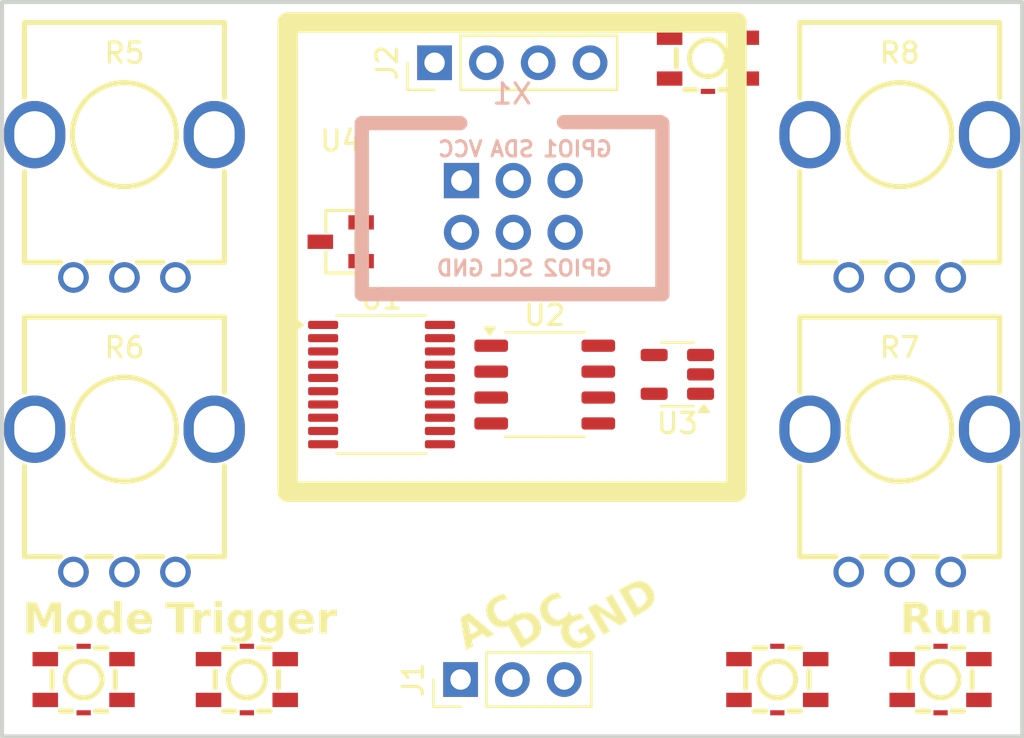
<source format=kicad_pcb>
(kicad_pcb (version 20240108) (generator "pcbnew") (generator_version "8.0")
  (layers (0 "F.Cu" signal) (31 "B.Cu" signal) (34 "B.Paste" user) (35 "F.Paste" user) (36 "B.SilkS" user "B.Silkscreen") (37 "F.SilkS" user "F.Silkscreen") (38 "B.Mask" user) (39 "F.Mask" user) (44 "Edge.Cuts" user))
  (net 0 "")
  (net 1 "/I2C_SCL")
  (net 2 "/I2C_SDA")
  (net 3 "Net-(R13-Pad2)")
  (net 4 "Net-(R5-Pad3)")
  (net 5 "/DIAL1")
  (net 6 "/DIAL2")
  (net 7 "Net-(R14-Pad2)")
  (net 8 "Net-(R10-Pad1)")
  (net 9 "Net-(R11-Pad1)")
  (net 10 "Net-(R15-Pad2)")
  (net 11 "/DIAL3")
  (net 12 "Net-(R16-Pad2)")
  (net 13 "/DIAL4")
  (net 14 "Net-(R12-Pad1)")
  (net 19 "/SYS_SWCLK")
  (net 20 "/NRST")
  (net 22 "GND")
  (net 23 "+3V0")
  (net 24 "Net-(U2-CAP-)")
  (net 26 "-3V0")
  (net 27 "Net-(U2-CAP+)")
  (net 28 "+3.3V")
  (net 29 "Net-(J1-Pin_1)")
  (net 30 "Net-(J1-Pin_2)")
  (net 31 "/I2S1_CK")
  (net 32 "/SYS_SWDIO")
  (net 33 "/I2S1_WS")
  (net 34 "/ADC")
  (net 35 "/PA12{slash}PA10")
  (net 36 "/I2C1_SDA")
  (net 39 "/PA4")
  (net 41 "/I2S1_SD")
  (net 43 "/PA11{slash}PA9")
  (net 44 "/RCC_OSC32_IN")
  (net 46 "/RCC_OSC32_OUT")
  (net 50 "Net-(U3--)")
  (net 51 "Net-(U3-+)")
  (footprint "easyeda2kicad:RES-ADJ-TH_RK09K1130A5R" (layer "F.Cu") (at 99 85.4375)
    (property "Reference" "R6" (at 0 -7.5 360) (layer "F.SilkS"))
    (property "Value" "RK09K1130A5R" (hide yes))
    (fp_line (start -4.9 -9) (end -4.9 -5.31) (stroke (width 0.25)) (layer "F.SilkS"))
    (fp_line (start -4.9 -1.69) (end -4.9 2.75) (stroke (width 0.25)) (layer "F.SilkS"))
    (fp_line (start -4.9 2.75) (end -3.13 2.75) (stroke (width 0.25)) (layer "F.SilkS"))
    (fp_line (start -1.87 2.75) (end -0.63 2.75) (stroke (width 0.25)) (layer "F.SilkS"))
    (fp_line (start 0.63 2.75) (end 1.87 2.75) (stroke (width 0.25)) (layer "F.SilkS"))
    (fp_line (start 3.13 2.75) (end 4.9 2.75) (stroke (width 0.25)) (layer "F.SilkS"))
    (fp_line (start 4.9 -9) (end -4.85 -9) (stroke (width 0.25)) (layer "F.SilkS"))
    (fp_line (start 4.9 -5.31) (end 4.9 -9) (stroke (width 0.25)) (layer "F.SilkS"))
    (fp_line (start 4.9 2.75) (end 4.9 -1.69) (stroke (width 0.25)) (layer "F.SilkS"))
    (fp_circle (center 0 -3.5) (end 2.55 -3.5) (stroke (width 0.25)) (fill none) (layer "F.SilkS"))
    (pad "1" thru_hole circle (at -2.5 3.5) (size 1.5 1.5) (drill 0.999998) (layers "*.Cu" "*.Mask") (net 7 "Net-(R14-Pad2)"))
    (pad "2" thru_hole circle (at 0 3.5) (size 1.5 1.5) (drill 0.999998) (layers "*.Cu" "*.Mask") (net 6 "/DIAL2"))
    (pad "3" thru_hole circle (at 2.5 3.5) (size 1.5 1.5) (drill 0.999998) (layers "*.Cu" "*.Mask") (net 8 "Net-(R10-Pad1)"))
    (pad "4" thru_hole oval (at 4.4 -3.5) (size 3 3.3) (drill oval 1.999996 2.299995) (layers "*.Cu" "*.Mask"))
    (pad "5" thru_hole oval (at -4.4 -3.5) (size 3 3.3) (drill oval 1.999996 2.299995) (layers "*.Cu" "*.Mask"))
  )
  (footprint "easyeda2kicad:RES-ADJ-TH_RK09K1130A5R" (layer "F.Cu") (at 99 71)
    (property "Reference" "R5" (at 0 -7.5 360) (layer "F.SilkS"))
    (property "Value" "RK09K1130A5R")
    (fp_line (start -4.9 -9) (end -4.9 -5.31) (stroke (width 0.25)) (layer "F.SilkS"))
    (fp_line (start -4.9 -1.69) (end -4.9 2.75) (stroke (width 0.25)) (layer "F.SilkS"))
    (fp_line (start -4.9 2.75) (end -3.13 2.75) (stroke (width 0.25)) (layer "F.SilkS"))
    (fp_line (start -1.87 2.75) (end -0.63 2.75) (stroke (width 0.25)) (layer "F.SilkS"))
    (fp_line (start 0.63 2.75) (end 1.87 2.75) (stroke (width 0.25)) (layer "F.SilkS"))
    (fp_line (start 3.13 2.75) (end 4.9 2.75) (stroke (width 0.25)) (layer "F.SilkS"))
    (fp_line (start 4.9 -9) (end -4.85 -9) (stroke (width 0.25)) (layer "F.SilkS"))
    (fp_line (start 4.9 -5.31) (end 4.9 -9) (stroke (width 0.25)) (layer "F.SilkS"))
    (fp_line (start 4.9 2.75) (end 4.9 -1.69) (stroke (width 0.25)) (layer "F.SilkS"))
    (fp_circle (center 0 -3.5) (end 2.55 -3.5) (stroke (width 0.25)) (fill none) (layer "F.SilkS"))
    (pad "1" thru_hole circle (at -2.5 3.5) (size 1.5 1.5) (drill 0.999998) (layers "*.Cu" "*.Mask") (net 3 "Net-(R13-Pad2)"))
    (pad "2" thru_hole circle (at 0 3.5) (size 1.5 1.5) (drill 0.999998) (layers "*.Cu" "*.Mask") (net 5 "/DIAL1"))
    (pad "3" thru_hole circle (at 2.5 3.5) (size 1.5 1.5) (drill 0.999998) (layers "*.Cu" "*.Mask") (net 4 "Net-(R5-Pad3)"))
    (pad "4" thru_hole oval (at 4.4 -3.5) (size 3 3.3) (drill oval 1.999996 2.299995) (layers "*.Cu" "*.Mask"))
    (pad "5" thru_hole oval (at -4.4 -3.5) (size 3 3.3) (drill oval 1.999996 2.299995) (layers "*.Cu" "*.Mask"))
  )
  (footprint "easyeda2kicad:SOT-23-3_L2.9-W1.3-P1.90-LS2.4-BR" (layer "F.Cu") (at 109.6 72.75)
    (property "Reference" "U4" (at 0 -4.95 0) (layer "F.SilkS"))
    (property "Value" "AP2120N-3.0TRG1")
    (fp_line (start -0.73 -1.53) (end -0.73 -0.49) (stroke (width 0.15)) (layer "F.SilkS"))
    (fp_line (start -0.73 1.53) (end -0.73 0.49) (stroke (width 0.15)) (layer "F.SilkS"))
    (fp_line (start 0.73 -1.53) (end -0.73 -1.53) (stroke (width 0.15)) (layer "F.SilkS"))
    (fp_line (start 0.73 -0.46) (end 0.73 0.46) (stroke (width 0.15)) (layer "F.SilkS"))
    (fp_line (start 0.73 1.53) (end -0.73 1.53) (stroke (width 0.15)) (layer "F.SilkS"))
    (pad "1" smd rect (at 1 0.95) (size 1.25 0.7) (layers "F.Cu" "F.Paste" "F.Mask") (net 22 "GND"))
    (pad "2" smd rect (at 1 -0.95) (size 1.25 0.7) (layers "F.Cu" "F.Paste" "F.Mask") (net 23 "+3V0"))
    (pad "3" smd rect (at -1 0) (size 1.25 0.7) (layers "F.Cu" "F.Paste" "F.Mask") (net 28 "+3.3V"))
  )
  (footprint "Package_TO_SOT_SMD:SOT-23-5" (layer "F.Cu") (at 126.1 79.25 180)
    (property "Reference" "U3" (at 0 -2.4 180) (layer "F.SilkS"))
    (property "Value" "OPA197xDBV")
    (fp_line (start 0 1.56) (end 0.8 1.56) (stroke (width 0.12)) (layer "F.SilkS"))
    (fp_line (start 0 1.56) (end -0.8 1.56) (stroke (width 0.12)) (layer "F.SilkS"))
    (fp_line (start 0 -1.56) (end 0.8 -1.56) (stroke (width 0.12)) (layer "F.SilkS"))
    (fp_line (start 0 -1.56) (end -0.8 -1.56) (stroke (width 0.12)) (layer "F.SilkS"))
    (fp_poly (pts (xy -1.3 -1.51) (xy -1.54 -1.84) (xy -1.06 -1.84) (xy -1.3 -1.51)) (stroke (width 0.12)) (fill solid) (layer "F.SilkS"))
    (pad "1" smd roundrect (at -1.1375 -0.95 180) (size 1.325 0.6) (layers "F.Cu" "F.Paste" "F.Mask") (net 50 "Net-(U3--)"))
    (pad "2" smd roundrect (at -1.1375 0 180) (size 1.325 0.6) (layers "F.Cu" "F.Paste" "F.Mask") (net 26 "-3V0"))
    (pad "3" smd roundrect (at -1.1375 0.95 180) (size 1.325 0.6) (layers "F.Cu" "F.Paste" "F.Mask") (net 51 "Net-(U3-+)"))
    (pad "4" smd roundrect (at 1.1375 0.95 180) (size 1.325 0.6) (layers "F.Cu" "F.Paste" "F.Mask") (net 50 "Net-(U3--)"))
    (pad "5" smd roundrect (at 1.1375 -0.95 180) (size 1.325 0.6) (layers "F.Cu" "F.Paste" "F.Mask") (net 23 "+3V0"))
  )
  (footprint "easyeda2kicad:KEY-SMD_4P-L3.1-W3.1-P2.00-LS4.0" (layer "F.Cu") (at 127.6 63.75)
    (property "Reference" "SW5" (hide yes))
    (property "Value" "TS-1077S-AR02016")
    (fp_line (start -1.55 -0.42) (end -1.55 0.42) (stroke (width 0.25)) (layer "F.SilkS"))
    (fp_line (start -1.14 -1.55) (end -0.58 -1.55) (stroke (width 0.25)) (layer "F.SilkS"))
    (fp_line (start -0.58 1.55) (end -1.14 1.55) (stroke (width 0.25)) (layer "F.SilkS"))
    (fp_line (start 0.58 -1.55) (end 1.13 -1.55) (stroke (width 0.25)) (layer "F.SilkS"))
    (fp_line (start 1.13 1.55) (end 0.58 1.55) (stroke (width 0.25)) (layer "F.SilkS"))
    (fp_line (start 1.55 -0.42) (end 1.55 0.42) (stroke (width 0.25)) (layer "F.SilkS"))
    (fp_circle (center 0 0) (end 0.9 0) (stroke (width 0.25)) (fill none) (layer "F.SilkS"))
    (pad "1" smd rect (at -1.88 -1) (size 1.25 0.7) (layers "F.Cu" "F.Paste" "F.Mask"))
    (pad "2" smd rect (at 1.88 -1) (size 1.25 0.7) (layers "F.Cu" "F.Paste" "F.Mask") (net 19 "/SYS_SWCLK"))
    (pad "3" smd rect (at -1.88 1) (size 1.25 0.7) (layers "F.Cu" "F.Paste" "F.Mask") (net 23 "+3V0"))
    (pad "4" smd rect (at 1.88 1) (size 1.25 0.7) (layers "F.Cu" "F.Paste" "F.Mask"))
    (pad "5" smd rect (at 0 1.63 90) (size 0.25 0.7) (layers "F.Cu" "F.Paste" "F.Mask"))
    (pad "6" smd rect (at 0 -1.63 90) (size 0.25 0.7) (layers "F.Cu" "F.Paste" "F.Mask"))
  )
  (footprint "Package_SO:SOP-8_3.9x4.9mm_P1.27mm" (layer "F.Cu") (at 119.6 79.75)
    (property "Reference" "U2" (at 0 -3.4 0) (layer "F.SilkS"))
    (property "Value" "LMC7660")
    (fp_line (start 0 -2.56) (end -1.95 -2.56) (stroke (width 0.12)) (layer "F.SilkS"))
    (fp_line (start 0 -2.56) (end 1.95 -2.56) (stroke (width 0.12)) (layer "F.SilkS"))
    (fp_line (start 0 2.56) (end -1.95 2.56) (stroke (width 0.12)) (layer "F.SilkS"))
    (fp_line (start 0 2.56) (end 1.95 2.56) (stroke (width 0.12)) (layer "F.SilkS"))
    (fp_poly (pts (xy -2.7 -2.465) (xy -2.94 -2.795) (xy -2.46 -2.795) (xy -2.7 -2.465)) (stroke (width 0.12)) (fill solid) (layer "F.SilkS"))
    (pad "1" smd roundrect (at -2.625 -1.905) (size 1.65 0.6) (layers "F.Cu" "F.Paste" "F.Mask"))
    (pad "2" smd roundrect (at -2.625 -0.635) (size 1.65 0.6) (layers "F.Cu" "F.Paste" "F.Mask") (net 27 "Net-(U2-CAP+)"))
    (pad "3" smd roundrect (at -2.625 0.635) (size 1.65 0.6) (layers "F.Cu" "F.Paste" "F.Mask") (net 22 "GND"))
    (pad "4" smd roundrect (at -2.625 1.905) (size 1.65 0.6) (layers "F.Cu" "F.Paste" "F.Mask") (net 24 "Net-(U2-CAP-)"))
    (pad "5" smd roundrect (at 2.625 1.905) (size 1.65 0.6) (layers "F.Cu" "F.Paste" "F.Mask") (net 26 "-3V0"))
    (pad "6" smd roundrect (at 2.625 0.635) (size 1.65 0.6) (layers "F.Cu" "F.Paste" "F.Mask") (net 22 "GND"))
    (pad "7" smd roundrect (at 2.625 -0.635) (size 1.65 0.6) (layers "F.Cu" "F.Paste" "F.Mask"))
    (pad "8" smd roundrect (at 2.625 -1.905) (size 1.65 0.6) (layers "F.Cu" "F.Paste" "F.Mask") (net 23 "+3V0"))
  )
  (footprint "easyeda2kicad:RES-ADJ-TH_RK09K1130A5R" (layer "F.Cu") (at 137 85.4375)
    (property "Reference" "R7" (at 0 -7.5 360) (layer "F.SilkS"))
    (property "Value" "RK09K1130A5R")
    (fp_line (start -4.9 -9) (end -4.9 -5.31) (stroke (width 0.25)) (layer "F.SilkS"))
    (fp_line (start -4.9 -1.69) (end -4.9 2.75) (stroke (width 0.25)) (layer "F.SilkS"))
    (fp_line (start -4.9 2.75) (end -3.13 2.75) (stroke (width 0.25)) (layer "F.SilkS"))
    (fp_line (start -1.87 2.75) (end -0.63 2.75) (stroke (width 0.25)) (layer "F.SilkS"))
    (fp_line (start 0.63 2.75) (end 1.87 2.75) (stroke (width 0.25)) (layer "F.SilkS"))
    (fp_line (start 3.13 2.75) (end 4.9 2.75) (stroke (width 0.25)) (layer "F.SilkS"))
    (fp_line (start 4.9 -9) (end -4.85 -9) (stroke (width 0.25)) (layer "F.SilkS"))
    (fp_line (start 4.9 -5.31) (end 4.9 -9) (stroke (width 0.25)) (layer "F.SilkS"))
    (fp_line (start 4.9 2.75) (end 4.9 -1.69) (stroke (width 0.25)) (layer "F.SilkS"))
    (fp_circle (center 0 -3.5) (end 2.55 -3.5) (stroke (width 0.25)) (fill none) (layer "F.SilkS"))
    (pad "1" thru_hole circle (at -2.5 3.5) (size 1.5 1.5) (drill 0.999998) (layers "*.Cu" "*.Mask") (net 10 "Net-(R15-Pad2)"))
    (pad "2" thru_hole circle (at 0 3.5) (size 1.5 1.5) (drill 0.999998) (layers "*.Cu" "*.Mask") (net 11 "/DIAL3"))
    (pad "3" thru_hole circle (at 2.5 3.5) (size 1.5 1.5) (drill 0.999998) (layers "*.Cu" "*.Mask") (net 9 "Net-(R11-Pad1)"))
    (pad "4" thru_hole oval (at 4.4 -3.5) (size 3 3.3) (drill oval 1.999996 2.299995) (layers "*.Cu" "*.Mask"))
    (pad "5" thru_hole oval (at -4.4 -3.5) (size 3 3.3) (drill oval 1.999996 2.299995) (layers "*.Cu" "*.Mask"))
  )
  (footprint "Package_SO:TSSOP-20_4.4x6.5mm_P0.65mm" (layer "F.Cu") (at 111.6 79.75)
    (property "Reference" "U1" (at 0 -4.2 0) (layer "F.SilkS"))
    (property "Value" "STM32G030F6Px")
    (fp_line (start 0 -3.385) (end -2.2 -3.385) (stroke (width 0.12)) (layer "F.SilkS"))
    (fp_line (start 0 -3.385) (end 2.2 -3.385) (stroke (width 0.12)) (layer "F.SilkS"))
    (fp_line (start 0 3.385) (end -2.2 3.385) (stroke (width 0.12)) (layer "F.SilkS"))
    (fp_line (start 0 3.385) (end 2.2 3.385) (stroke (width 0.12)) (layer "F.SilkS"))
    (fp_poly (pts (xy -3.86 -2.925) (xy -4.19 -3.165) (xy -4.19 -2.685) (xy -3.86 -2.925)) (stroke (width 0.12)) (fill solid) (layer "F.SilkS"))
    (pad "1" smd roundrect (at -2.8625 -2.925) (size 1.475 0.4) (layers "F.Cu" "F.Paste" "F.Mask") (net 36 "/I2C1_SDA"))
    (pad "2" smd roundrect (at -2.8625 -2.275) (size 1.475 0.4) (layers "F.Cu" "F.Paste" "F.Mask") (net 44 "/RCC_OSC32_IN"))
    (pad "3" smd roundrect (at -2.8625 -1.625) (size 1.475 0.4) (layers "F.Cu" "F.Paste" "F.Mask") (net 46 "/RCC_OSC32_OUT"))
    (pad "4" smd roundrect (at -2.8625 -0.975) (size 1.475 0.4) (layers "F.Cu" "F.Paste" "F.Mask") (net 23 "+3V0"))
    (pad "5" smd roundrect (at -2.8625 -0.325) (size 1.475 0.4) (layers "F.Cu" "F.Paste" "F.Mask") (net 22 "GND"))
    (pad "6" smd roundrect (at -2.8625 0.325) (size 1.475 0.4) (layers "F.Cu" "F.Paste" "F.Mask") (net 20 "/NRST"))
    (pad "7" smd roundrect (at -2.8625 0.975) (size 1.475 0.4) (layers "F.Cu" "F.Paste" "F.Mask") (net 5 "/DIAL1"))
    (pad "8" smd roundrect (at -2.8625 1.625) (size 1.475 0.4) (layers "F.Cu" "F.Paste" "F.Mask") (net 34 "/ADC"))
    (pad "9" smd roundrect (at -2.8625 2.275) (size 1.475 0.4) (layers "F.Cu" "F.Paste" "F.Mask") (net 6 "/DIAL2"))
    (pad "10" smd roundrect (at -2.8625 2.925) (size 1.475 0.4) (layers "F.Cu" "F.Paste" "F.Mask") (net 11 "/DIAL3"))
    (pad "11" smd roundrect (at 2.8625 2.925) (size 1.475 0.4) (layers "F.Cu" "F.Paste" "F.Mask") (net 39 "/PA4"))
    (pad "12" smd roundrect (at 2.8625 2.275) (size 1.475 0.4) (layers "F.Cu" "F.Paste" "F.Mask") (net 31 "/I2S1_CK"))
    (pad "13" smd roundrect (at 2.8625 1.625) (size 1.475 0.4) (layers "F.Cu" "F.Paste" "F.Mask") (net 13 "/DIAL4"))
    (pad "14" smd roundrect (at 2.8625 0.975) (size 1.475 0.4) (layers "F.Cu" "F.Paste" "F.Mask") (net 41 "/I2S1_SD"))
    (pad "15" smd roundrect (at 2.8625 0.325) (size 1.475 0.4) (layers "F.Cu" "F.Paste" "F.Mask") (net 33 "/I2S1_WS"))
    (pad "16" smd roundrect (at 2.8625 -0.325) (size 1.475 0.4) (layers "F.Cu" "F.Paste" "F.Mask") (net 43 "/PA11{slash}PA9"))
    (pad "17" smd roundrect (at 2.8625 -0.975) (size 1.475 0.4) (layers "F.Cu" "F.Paste" "F.Mask") (net 35 "/PA12{slash}PA10"))
    (pad "18" smd roundrect (at 2.8625 -1.625) (size 1.475 0.4) (layers "F.Cu" "F.Paste" "F.Mask") (net 32 "/SYS_SWDIO"))
    (pad "19" smd roundrect (at 2.8625 -2.275) (size 1.475 0.4) (layers "F.Cu" "F.Paste" "F.Mask") (net 19 "/SYS_SWCLK"))
    (pad "20" smd roundrect (at 2.8625 -2.925) (size 1.475 0.4) (layers "F.Cu" "F.Paste" "F.Mask") (net 1 "/I2C_SCL"))
  )
  (footprint "bens eagle parts:ssd1306_module" (layer "F.Cu") (at 114.2 63.975 90)
    (property "Reference" "J2" (at 0 -2.33 90) (layer "F.SilkS"))
    (property "Value" "Conn_01x04_Socket" (hide yes))
    (fp_line (start -1.33 -1.33) (end 0 -1.33) (stroke (width 0.12)) (layer "F.SilkS"))
    (fp_line (start -1.33 0) (end -1.33 -1.33) (stroke (width 0.12)) (layer "F.SilkS"))
    (fp_line (start 1.33 1.27) (end 1.33 8.95) (stroke (width 0.12)) (layer "F.SilkS"))
    (fp_line (start -1.33 1.27) (end 1.33 1.27) (stroke (width 0.12)) (layer "F.SilkS"))
    (fp_line (start -1.33 1.27) (end -1.33 8.95) (stroke (width 0.12)) (layer "F.SilkS"))
    (fp_line (start -1.33 8.95) (end 1.33 8.95) (stroke (width 0.12)) (layer "F.SilkS"))
    (pad "1" thru_hole rect (at 0 0 90) (size 1.7 1.7) (drill 1) (layers "*.Cu" "*.Mask") (net 2 "/I2C_SDA"))
    (pad "2" thru_hole oval (at 0 2.54 90) (size 1.7 1.7) (drill 1) (layers "*.Cu" "*.Mask") (net 1 "/I2C_SCL"))
    (pad "3" thru_hole oval (at 0 5.08 90) (size 1.7 1.7) (drill 1) (layers "*.Cu" "*.Mask") (net 28 "+3.3V"))
    (pad "4" thru_hole oval (at 0 7.62 90) (size 1.7 1.7) (drill 1) (layers "*.Cu" "*.Mask") (net 22 "GND"))
  )
  (footprint "easyeda2kicad:RES-ADJ-TH_RK09K1130A5R" (layer "F.Cu") (at 137 71)
    (property "Reference" "R8" (at 0 -7.5 360) (layer "F.SilkS"))
    (property "Value" "RK09K1130A5R")
    (fp_line (start -4.9 -9) (end -4.9 -5.31) (stroke (width 0.25)) (layer "F.SilkS"))
    (fp_line (start -4.9 -1.69) (end -4.9 2.75) (stroke (width 0.25)) (layer "F.SilkS"))
    (fp_line (start -4.9 2.75) (end -3.13 2.75) (stroke (width 0.25)) (layer "F.SilkS"))
    (fp_line (start -1.87 2.75) (end -0.63 2.75) (stroke (width 0.25)) (layer "F.SilkS"))
    (fp_line (start 0.63 2.75) (end 1.87 2.75) (stroke (width 0.25)) (layer "F.SilkS"))
    (fp_line (start 3.13 2.75) (end 4.9 2.75) (stroke (width 0.25)) (layer "F.SilkS"))
    (fp_line (start 4.9 -9) (end -4.85 -9) (stroke (width 0.25)) (layer "F.SilkS"))
    (fp_line (start 4.9 -5.31) (end 4.9 -9) (stroke (width 0.25)) (layer "F.SilkS"))
    (fp_line (start 4.9 2.75) (end 4.9 -1.69) (stroke (width 0.25)) (layer "F.SilkS"))
    (fp_circle (center 0 -3.5) (end 2.55 -3.5) (stroke (width 0.25)) (fill none) (layer "F.SilkS"))
    (pad "1" thru_hole circle (at -2.5 3.5) (size 1.5 1.5) (drill 0.999998) (layers "*.Cu" "*.Mask") (net 12 "Net-(R16-Pad2)"))
    (pad "2" thru_hole circle (at 0 3.5) (size 1.5 1.5) (drill 0.999998) (layers "*.Cu" "*.Mask") (net 13 "/DIAL4"))
    (pad "3" thru_hole circle (at 2.5 3.5) (size 1.5 1.5) (drill 0.999998) (layers "*.Cu" "*.Mask") (net 14 "Net-(R12-Pad1)"))
    (pad "4" thru_hole oval (at 4.4 -3.5) (size 3 3.3) (drill oval 1.999996 2.299995) (layers "*.Cu" "*.Mask"))
    (pad "5" thru_hole oval (at -4.4 -3.5) (size 3 3.3) (drill oval 1.999996 2.299995) (layers "*.Cu" "*.Mask"))
  )
  (footprint "Simple_Addon_v2:Simple_Addon_v2-SAO-2x3" (layer "F.Cu") (at 118 71)
    (property "Reference" "X1" (at 0 -5.5 0) (layer "B.SilkS") (effects (justify mirror)))
    (property "Value" "Simple_Addon_v2")
    (fp_line (start -7.366 -4.064) (end -7.366 4.318) (stroke (width 0.7)) (layer "B.SilkS"))
    (fp_line (start -7.366 4.318) (end 7.366 4.318) (stroke (width 0.7)) (layer "B.SilkS"))
    (fp_line (start -2.54 -4.064) (end -7.366 -4.064) (stroke (width 0.7)) (layer "B.SilkS"))
    (fp_line (start 7.27964 -4.1148) (end 2.54 -4.1148) (stroke (width 0.7)) (layer "B.SilkS"))
    (fp_line (start 7.366 4.318) (end 7.366 -4.064) (stroke (width 0.7)) (layer "B.SilkS"))
    (fp_text user "GND" (at -2.54 3.048 0) (layer "B.SilkS") (effects (font (size 0.75 0.75)) (justify mirror)))
    (fp_text user "GPIO2" (at 3.2 3.048 0) (layer "B.SilkS") (effects (font (size 0.75 0.75)) (justify mirror)))
    (fp_text user "VCC" (at -2.54 -2.794 0) (layer "B.SilkS") (effects (font (size 0.75 0.75)) (justify mirror)))
    (fp_text user "GPIO1" (at 3.2 -2.794 0) (layer "B.SilkS") (effects (font (size 0.75 0.75)) (justify mirror)))
    (fp_text user "SDA" (at 0 -2.794 0) (layer "B.SilkS") (effects (font (size 0.75 0.75)) (justify mirror)))
    (fp_text user "SCL" (at 0 3.048 0) (layer "B.SilkS") (effects (font (size 0.75 0.75)) (justify mirror)))
    (pad "1" thru_hole rect (at -2.48 -1.25 270) (size 1.7272 1.7272) (drill 1.016) (layers "*.Cu" "*.Mask") (net 28 "+3.3V"))
    (pad "2" thru_hole circle (at -2.48 1.29 270) (size 1.7272 1.7272) (drill 1.016) (layers "*.Cu" "*.Mask") (net 22 "GND"))
    (pad "3" thru_hole oval (at 0.06 -1.25 270) (size 1.7272 1.7272) (drill 1.016) (layers "*.Cu" "*.Mask"))
    (pad "4" thru_hole oval (at 0.06 1.29 270) (size 1.7272 1.7272) (drill 1.016) (layers "*.Cu" "*.Mask"))
    (pad "5" thru_hole circle (at 2.6 -1.25 270) (size 1.7272 1.7272) (drill 1.016) (layers "*.Cu" "*.Mask"))
    (pad "6" thru_hole circle (at 2.6 1.29 270) (size 1.7272 1.7272) (drill 1.016) (layers "*.Cu" "*.Mask"))
  )
  (footprint "easyeda2kicad:KEY-SMD_4P-L3.1-W3.1-P2.00-LS4.0" (layer "F.Cu") (at 131 94.206889)
    (property "Reference" "SW2" (hide yes))
    (property "Value" "TS-1077S-AR02016" (hide yes))
    (fp_line (start -1.55 -0.42) (end -1.55 0.42) (stroke (width 0.25)) (layer "F.SilkS"))
    (fp_line (start -1.14 -1.55) (end -0.58 -1.55) (stroke (width 0.25)) (layer "F.SilkS"))
    (fp_line (start -0.58 1.55) (end -1.14 1.55) (stroke (width 0.25)) (layer "F.SilkS"))
    (fp_line (start 0.58 -1.55) (end 1.13 -1.55) (stroke (width 0.25)) (layer "F.SilkS"))
    (fp_line (start 1.13 1.55) (end 0.58 1.55) (stroke (width 0.25)) (layer "F.SilkS"))
    (fp_line (start 1.55 -0.42) (end 1.55 0.42) (stroke (width 0.25)) (layer "F.SilkS"))
    (fp_circle (center 0 0) (end 0.9 0) (stroke (width 0.25)) (fill none) (layer "F.SilkS"))
    (pad "1" smd rect (at -1.88 -1) (size 1.25 0.7) (layers "F.Cu" "F.Paste" "F.Mask") (net 6 "/DIAL2"))
    (pad "2" smd rect (at 1.88 -1) (size 1.25 0.7) (layers "F.Cu" "F.Paste" "F.Mask"))
    (pad "3" smd rect (at -1.88 1) (size 1.25 0.7) (layers "F.Cu" "F.Paste" "F.Mask") (net 22 "GND"))
    (pad "4" smd rect (at 1.88 1) (size 1.25 0.7) (layers "F.Cu" "F.Paste" "F.Mask") (net 22 "GND"))
    (pad "5" smd rect (at 0 1.63 90) (size 0.25 0.7) (layers "F.Cu" "F.Paste" "F.Mask"))
    (pad "6" smd rect (at 0 -1.63 90) (size 0.25 0.7) (layers "F.Cu" "F.Paste" "F.Mask"))
  )
  (footprint "Connector_PinHeader_2.54mm:PinHeader_1x03_P2.54mm_Vertical" (layer "F.Cu") (at 115.475 94.206889 90)
    (property "Reference" "J1" (at 0 -2.33 -90) (layer "F.SilkS"))
    (property "Value" "Conn_01x03_Pin" (hide yes))
    (fp_line (start -1.33 -1.33) (end 0 -1.33) (stroke (width 0.12)) (layer "F.SilkS"))
    (fp_line (start -1.33 0) (end -1.33 -1.33) (stroke (width 0.12)) (layer "F.SilkS"))
    (fp_line (start 1.33 1.270001) (end 1.33 6.409999) (stroke (width 0.12)) (layer "F.SilkS"))
    (fp_line (start -1.33 1.270001) (end 1.33 1.270001) (stroke (width 0.12)) (layer "F.SilkS"))
    (fp_line (start -1.33 1.270001) (end -1.33 6.409999) (stroke (width 0.12)) (layer "F.SilkS"))
    (fp_line (start -1.33 6.409999) (end 1.33 6.409999) (stroke (width 0.12)) (layer "F.SilkS"))
    (pad "1" thru_hole rect (at 0 0 90) (size 1.7 1.7) (drill 1) (layers "*.Cu" "*.Mask") (net 29 "Net-(J1-Pin_1)"))
    (pad "2" thru_hole oval (at 0 2.54 90) (size 1.7 1.7) (drill 1) (layers "*.Cu" "*.Mask") (net 30 "Net-(J1-Pin_2)"))
    (pad "3" thru_hole oval (at 0 5.079999 90) (size 1.7 1.7) (drill 1) (layers "*.Cu" "*.Mask") (net 22 "GND"))
  )
  (footprint "easyeda2kicad:KEY-SMD_4P-L3.1-W3.1-P2.00-LS4.0" (layer "F.Cu") (at 139 94.206889)
    (property "Reference" "SW4" (hide yes))
    (property "Value" "TS-1077S-AR02016" (hide yes))
    (fp_line (start -1.55 -0.42) (end -1.55 0.42) (stroke (width 0.25)) (layer "F.SilkS"))
    (fp_line (start -1.14 -1.55) (end -0.58 -1.55) (stroke (width 0.25)) (layer "F.SilkS"))
    (fp_line (start -0.58 1.55) (end -1.14 1.55) (stroke (width 0.25)) (layer "F.SilkS"))
    (fp_line (start 0.58 -1.55) (end 1.13 -1.55) (stroke (width 0.25)) (layer "F.SilkS"))
    (fp_line (start 1.13 1.55) (end 0.58 1.55) (stroke (width 0.25)) (layer "F.SilkS"))
    (fp_line (start 1.55 -0.42) (end 1.55 0.42) (stroke (width 0.25)) (layer "F.SilkS"))
    (fp_circle (center 0 0) (end 0.9 0) (stroke (width 0.25)) (fill none) (layer "F.SilkS"))
    (pad "1" smd rect (at -1.88 -1) (size 1.25 0.7) (layers "F.Cu" "F.Paste" "F.Mask") (net 13 "/DIAL4"))
    (pad "2" smd rect (at 1.88 -1) (size 1.25 0.7) (layers "F.Cu" "F.Paste" "F.Mask"))
    (pad "3" smd rect (at -1.88 1) (size 1.25 0.7) (layers "F.Cu" "F.Paste" "F.Mask") (net 22 "GND"))
    (pad "4" smd rect (at 1.88 1) (size 1.25 0.7) (layers "F.Cu" "F.Paste" "F.Mask") (net 22 "GND"))
    (pad "5" smd rect (at 0 1.63 90) (size 0.25 0.7) (layers "F.Cu" "F.Paste" "F.Mask"))
    (pad "6" smd rect (at 0 -1.63 90) (size 0.25 0.7) (layers "F.Cu" "F.Paste" "F.Mask"))
  )
  (footprint "easyeda2kicad:KEY-SMD_4P-L3.1-W3.1-P2.00-LS4.0" (layer "F.Cu") (at 105 94.206889)
    (property "Reference" "SW3" (hide yes))
    (property "Value" "TS-1077S-AR02016" (hide yes))
    (fp_line (start -1.55 -0.42) (end -1.55 0.42) (stroke (width 0.25)) (layer "F.SilkS"))
    (fp_line (start -1.14 -1.55) (end -0.58 -1.55) (stroke (width 0.25)) (layer "F.SilkS"))
    (fp_line (start -0.58 1.55) (end -1.14 1.55) (stroke (width 0.25)) (layer "F.SilkS"))
    (fp_line (start 0.58 -1.55) (end 1.13 -1.55) (stroke (width 0.25)) (layer "F.SilkS"))
    (fp_line (start 1.13 1.55) (end 0.58 1.55) (stroke (width 0.25)) (layer "F.SilkS"))
    (fp_line (start 1.55 -0.42) (end 1.55 0.42) (stroke (width 0.25)) (layer "F.SilkS"))
    (fp_circle (center 0 0) (end 0.9 0) (stroke (width 0.25)) (fill none) (layer "F.SilkS"))
    (pad "1" smd rect (at -1.88 -1) (size 1.25 0.7) (layers "F.Cu" "F.Paste" "F.Mask") (net 11 "/DIAL3"))
    (pad "2" smd rect (at 1.88 -1) (size 1.25 0.7) (layers "F.Cu" "F.Paste" "F.Mask"))
    (pad "3" smd rect (at -1.88 1) (size 1.25 0.7) (layers "F.Cu" "F.Paste" "F.Mask") (net 22 "GND"))
    (pad "4" smd rect (at 1.88 1) (size 1.25 0.7) (layers "F.Cu" "F.Paste" "F.Mask") (net 22 "GND"))
    (pad "5" smd rect (at 0 1.63 90) (size 0.25 0.7) (layers "F.Cu" "F.Paste" "F.Mask"))
    (pad "6" smd rect (at 0 -1.63 90) (size 0.25 0.7) (layers "F.Cu" "F.Paste" "F.Mask"))
  )
  (footprint "easyeda2kicad:KEY-SMD_4P-L3.1-W3.1-P2.00-LS4.0" (layer "F.Cu") (at 97 94.206889)
    (property "Reference" "SW1" (hide yes))
    (property "Value" "TS-1077S-AR02016" (hide yes))
    (fp_line (start -1.55 -0.42) (end -1.55 0.42) (stroke (width 0.25)) (layer "F.SilkS"))
    (fp_line (start -1.14 -1.55) (end -0.58 -1.55) (stroke (width 0.25)) (layer "F.SilkS"))
    (fp_line (start -0.58 1.55) (end -1.14 1.55) (stroke (width 0.25)) (layer "F.SilkS"))
    (fp_line (start 0.58 -1.55) (end 1.13 -1.55) (stroke (width 0.25)) (layer "F.SilkS"))
    (fp_line (start 1.13 1.55) (end 0.58 1.55) (stroke (width 0.25)) (layer "F.SilkS"))
    (fp_line (start 1.55 -0.42) (end 1.55 0.42) (stroke (width 0.25)) (layer "F.SilkS"))
    (fp_circle (center 0 0) (end 0.9 0) (stroke (width 0.25)) (fill none) (layer "F.SilkS"))
    (pad "1" smd rect (at -1.88 -1) (size 1.25 0.7) (layers "F.Cu" "F.Paste" "F.Mask") (net 5 "/DIAL1"))
    (pad "2" smd rect (at 1.88 -1) (size 1.25 0.7) (layers "F.Cu" "F.Paste" "F.Mask"))
    (pad "3" smd rect (at -1.88 1) (size 1.25 0.7) (layers "F.Cu" "F.Paste" "F.Mask") (net 22 "GND"))
    (pad "4" smd rect (at 1.88 1) (size 1.25 0.7) (layers "F.Cu" "F.Paste" "F.Mask") (net 22 "GND"))
    (pad "5" smd rect (at 0 1.63 90) (size 0.25 0.7) (layers "F.Cu" "F.Paste" "F.Mask"))
    (pad "6" smd rect (at 0 -1.63 90) (size 0.25 0.7) (layers "F.Cu" "F.Paste" "F.Mask"))
  )
  (gr_poly (pts (xy 129 85) (xy 107 85) (xy 107 62) (xy 129 62)) (stroke (width 1)) (fill none) (layer "F.SilkS"))
  (gr_poly (pts (xy 93 61) (xy 143 61) (xy 143 96.993111) (xy 93 96.993111)) (stroke (width 0.2)) (fill none) (layer "Edge.Cuts"))
  (gr_text "Trigger" (at 101 92.206889 0) (layer "F.SilkS") (effects (font (size 1.5 1.5) (thickness 0.3) (bold yes)) (justify left bottom)))
  (gr_text "Mode" (at 94 92.206889 0) (layer "F.SilkS") (effects (font (size 1.5 1.5) (thickness 0.3) (bold yes)) (justify left bottom)))
  (gr_text "AC" (at 115.861038 93 30) (layer "F.SilkS") (effects (font (size 1.5 1.5) (thickness 0.3) (bold yes)) (justify left bottom)))
  (gr_text "Run" (at 137 92.206889 0) (layer "F.SilkS") (effects (font (size 1.5 1.5) (thickness 0.3) (bold yes)) (justify left bottom)))
  (gr_text "GND" (at 120.941038 93.206889 30) (layer "F.SilkS") (effects (font (size 1.5 1.5) (thickness 0.3) (bold yes)) (justify left bottom)))
  (gr_text "DC" (at 118.401038 93 30) (layer "F.SilkS") (effects (font (size 1.5 1.5) (thickness 0.3) (bold yes)) (justify left bottom)))
)
</source>
